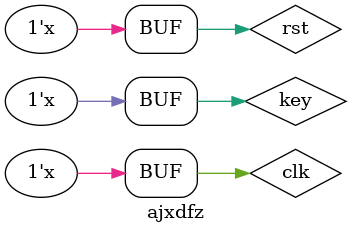
<source format=v>
`timescale 1ns / 1ps


module ajxdfz;
//INPUT
reg rst;
reg clk;
reg key;  
//OUTPUT
wire key_pulse;
ajxd si(rst,clk,key,key_pulse);
always #10   clk = ~clk;
always #100  rst=~rst;
always #20   key= ~key;
	initial 
	   begin
		clk = 1'b0;
		rst = 1'b0;
		key = 1'b1;
	end
endmodule

</source>
